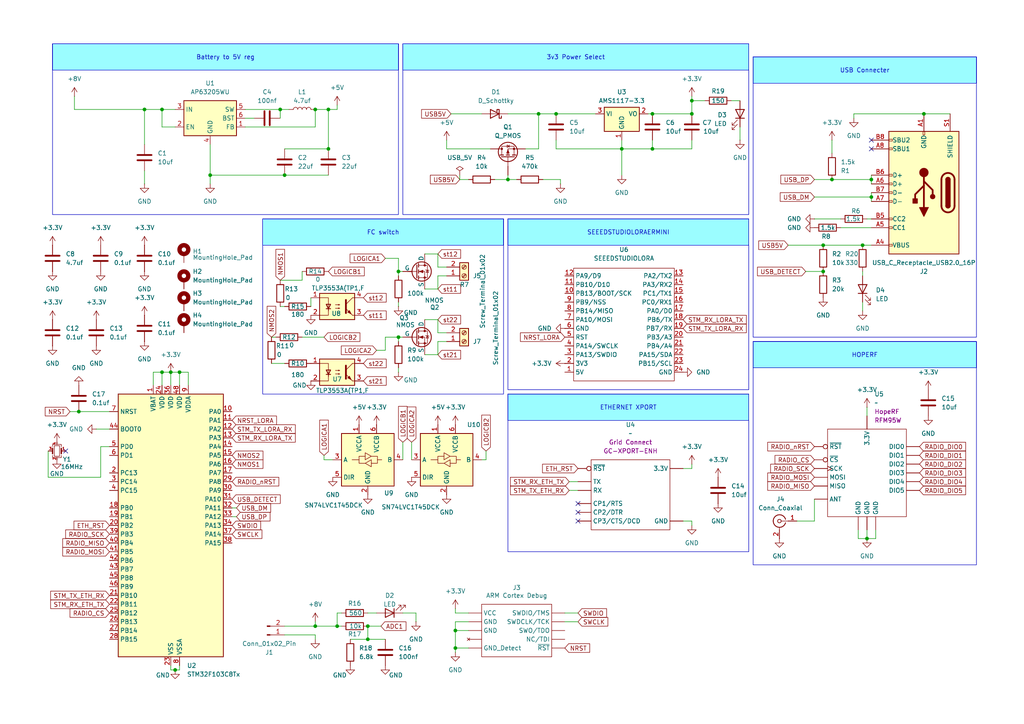
<source format=kicad_sch>
(kicad_sch (version 20250114) (generator "eeschema") (generator_version "9.0")
  (paper "A4")
  (rectangle (start 116.84 12.7) (end 217.17 62.23))
  (rectangle (start 15.24 12.7) (end 115.57 62.23))
  (rectangle (start 147.32 114.3) (end 217.17 160.02))
  (rectangle (start 76.2 63.5) (end 146.05 114.3))
  (rectangle (start 218.44 16.51) (end 283.21 97.79))
  (rectangle (start 147.32 63.5) (end 217.17 113.03))
  (rectangle (start 218.44 99.06) (end 283.21 163.83))
  (text_box "FC switch" (at 76.2 63.5 0) (size 69.85 7.62) (margins 0.9525 0.9525 0.9525 0.9525) (fill (type color) (color 155 253 255 1)) (effects (font (size 1.27 1.27))))
  (text_box "3v3 Power Select\n" (at 116.84 12.7 0) (size 100.33 7.62) (margins 0.9525 0.9525 0.9525 0.9525) (fill (type color) (color 155 253 255 1)) (effects (font (size 1.27 1.27))))
  (text_box "HOPERF\n" (at 218.44 99.06 0) (size 64.77 7.62) (margins 0.9525 0.9525 0.9525 0.9525) (fill (type color) (color 155 253 255 1)) (effects (font (size 1.27 1.27))))
  (text_box "USB Connecter\n" (at 218.44 16.51 0) (size 64.77 7.62) (margins 0.9525 0.9525 0.9525 0.9525) (fill (type color) (color 155 253 255 1)) (effects (font (size 1.27 1.27))))
  (text_box "ETHERNET XPORT" (at 147.32 114.3 0) (size 69.85 7.62) (margins 0.9525 0.9525 0.9525 0.9525) (fill (type color) (color 155 253 255 1)) (effects (font (size 1.27 1.27))))
  (text_box "SEEEDSTUDIOLORAERMINI\n" (at 147.32 63.5 0) (size 69.85 7.62) (margins 0.9525 0.9525 0.9525 0.9525) (fill (type color) (color 155 253 255 1)) (effects (font (size 1.27 1.27))))
  (text_box "Battery to 5V reg" (at 15.24 12.7 0) (size 100.33 7.62) (margins 0.9525 0.9525 0.9525 0.9525) (fill (type color) (color 155 253 255 1)) (effects (font (size 1.27 1.27))))
  (junction (at 91.44 31.75))
  (junction (at 200.66 33.02))
  (junction (at 147.32 52.07))
  (junction (at 156.21 33.02))
  (junction (at 252.73 57.15))
  (junction (at 95.25 43.18))
  (junction (at 132.08 187.96))
  (junction (at 106.68 185.42))
  (junction (at 52.07 107.95))
  (junction (at 251.46 156.21))
  (junction (at 60.96 50.8))
  (junction (at 81.28 31.75))
  (junction (at 46.99 31.75))
  (junction (at 238.76 78.74))
  (junction (at 250.19 71.12))
  (junction (at 115.57 97.79))
  (junction (at 267.97 33.02))
  (junction (at 161.29 33.02))
  (junction (at 82.55 50.8))
  (junction (at 241.3 52.07))
  (junction (at 22.86 119.38))
  (junction (at 189.23 43.18))
  (junction (at 252.73 52.07))
  (junction (at 106.68 181.61))
  (junction (at 180.34 43.18))
  (junction (at 50.8 194.31))
  (junction (at 238.76 71.12))
  (junction (at 95.25 31.75))
  (junction (at 41.91 31.75))
  (junction (at 91.44 181.61))
  (junction (at 200.66 29.21))
  (junction (at 46.99 107.95))
  (junction (at 132.08 182.88))
  (junction (at 97.79 181.61))
  (junction (at 49.53 107.95))
  (junction (at 115.57 78.74))
  (junction (at 189.23 33.02))
  (no_connect (at 19.05 130.81))
  (no_connect (at 252.73 43.18))
  (no_connect (at 167.64 148.59))
  (no_connect (at 167.64 151.13))
  (no_connect (at 252.73 40.64))
  (no_connect (at 167.64 146.05))
  (wire (pts (xy 106.68 181.61) (xy 110.49 181.61)))
  (wire (pts (xy 250.19 78.74) (xy 250.19 80.01)))
  (wire (pts (xy 241.3 44.45) (xy 241.3 40.64)))
  (wire (pts (xy 82.55 181.61) (xy 91.44 181.61)))
  (wire (pts (xy 133.35 52.07) (xy 135.89 52.07)))
  (wire (pts (xy 236.22 151.13) (xy 231.14 151.13)))
  (wire (pts (xy 46.99 31.75) (xy 50.8 31.75)))
  (wire (pts (xy 29.21 129.54) (xy 31.75 129.54)))
  (wire (pts (xy 78.74 105.41) (xy 82.55 105.41)))
  (wire (pts (xy 115.57 87.63) (xy 115.57 88.9)))
  (wire (pts (xy 82.55 50.8) (xy 95.25 50.8)))
  (wire (pts (xy 200.66 135.89) (xy 200.66 134.62)))
  (wire (pts (xy 267.97 33.02) (xy 275.59 33.02)))
  (wire (pts (xy 13.97 130.81) (xy 13.97 138.43)))
  (wire (pts (xy 132.08 180.34) (xy 132.08 182.88)))
  (wire (pts (xy 129.54 80.01) (xy 127 80.01)))
  (wire (pts (xy 200.66 40.64) (xy 200.66 43.18)))
  (wire (pts (xy 87.63 81.28) (xy 87.63 78.74)))
  (wire (pts (xy 163.83 177.8) (xy 167.64 177.8)))
  (wire (pts (xy 180.34 43.18) (xy 189.23 43.18)))
  (wire (pts (xy 127 99.06) (xy 127 102.87)))
  (wire (pts (xy 132.08 177.8) (xy 132.08 176.53)))
  (wire (pts (xy 252.73 52.07) (xy 252.73 50.8)))
  (wire (pts (xy 111.76 97.79) (xy 115.57 97.79)))
  (wire (pts (xy 200.66 29.21) (xy 200.66 33.02)))
  (wire (pts (xy 247.65 33.02) (xy 247.65 34.29)))
  (wire (pts (xy 21.59 31.75) (xy 41.91 31.75)))
  (wire (pts (xy 71.12 36.83) (xy 91.44 36.83)))
  (wire (pts (xy 93.98 132.08) (xy 93.98 133.35)))
  (wire (pts (xy 44.45 111.76) (xy 44.45 107.95)))
  (wire (pts (xy 115.57 78.74) (xy 115.57 80.01)))
  (wire (pts (xy 162.56 52.07) (xy 157.48 52.07)))
  (wire (pts (xy 127 77.47) (xy 129.54 77.47)))
  (wire (pts (xy 142.24 43.18) (xy 129.54 43.18)))
  (wire (pts (xy 187.96 33.02) (xy 189.23 33.02)))
  (wire (pts (xy 127 80.01) (xy 127 83.82)))
  (wire (pts (xy 52.07 194.31) (xy 50.8 194.31)))
  (wire (pts (xy 81.28 81.28) (xy 87.63 81.28)))
  (wire (pts (xy 252.73 57.15) (xy 252.73 55.88)))
  (wire (pts (xy 147.32 33.02) (xy 156.21 33.02)))
  (wire (pts (xy 106.68 177.8) (xy 109.22 177.8)))
  (wire (pts (xy 46.99 36.83) (xy 46.99 31.75)))
  (wire (pts (xy 52.07 107.95) (xy 54.61 107.95)))
  (wire (pts (xy 248.92 156.21) (xy 251.46 156.21)))
  (wire (pts (xy 133.35 50.8) (xy 133.35 52.07)))
  (wire (pts (xy 251.46 118.11) (xy 251.46 120.65)))
  (wire (pts (xy 189.23 40.64) (xy 189.23 43.18)))
  (wire (pts (xy 97.79 31.75) (xy 95.25 31.75)))
  (wire (pts (xy 147.32 52.07) (xy 143.51 52.07)))
  (wire (pts (xy 106.68 185.42) (xy 106.68 181.61)))
  (wire (pts (xy 116.84 177.8) (xy 120.65 177.8)))
  (wire (pts (xy 247.65 33.02) (xy 267.97 33.02)))
  (wire (pts (xy 161.29 43.18) (xy 180.34 43.18)))
  (wire (pts (xy 97.79 177.8) (xy 97.79 181.61)))
  (wire (pts (xy 200.66 135.89) (xy 198.12 135.89)))
  (wire (pts (xy 78.74 97.79) (xy 80.01 97.79)))
  (wire (pts (xy 71.12 31.75) (xy 81.28 31.75)))
  (wire (pts (xy 132.08 182.88) (xy 132.08 187.96)))
  (wire (pts (xy 251.46 63.5) (xy 252.73 63.5)))
  (wire (pts (xy 162.56 53.34) (xy 162.56 52.07)))
  (wire (pts (xy 250.19 87.63) (xy 250.19 90.17)))
  (wire (pts (xy 123.19 92.71) (xy 127 92.71)))
  (wire (pts (xy 236.22 52.07) (xy 241.3 52.07)))
  (wire (pts (xy 132.08 187.96) (xy 132.08 189.23)))
  (wire (pts (xy 83.82 31.75) (xy 81.28 31.75)))
  (wire (pts (xy 254 156.21) (xy 251.46 156.21)))
  (wire (pts (xy 132.08 182.88) (xy 135.89 182.88)))
  (wire (pts (xy 127 92.71) (xy 127 96.52)))
  (wire (pts (xy 228.6 71.12) (xy 238.76 71.12)))
  (wire (pts (xy 243.84 66.04) (xy 252.73 66.04)))
  (wire (pts (xy 135.89 177.8) (xy 132.08 177.8)))
  (wire (pts (xy 127 102.87) (xy 123.19 102.87)))
  (wire (pts (xy 189.23 43.18) (xy 200.66 43.18)))
  (wire (pts (xy 20.32 119.38) (xy 22.86 119.38)))
  (wire (pts (xy 71.12 34.29) (xy 73.66 34.29)))
  (wire (pts (xy 180.34 43.18) (xy 180.34 50.8)))
  (wire (pts (xy 115.57 74.93) (xy 115.57 78.74)))
  (wire (pts (xy 254 153.67) (xy 254 156.21)))
  (wire (pts (xy 111.76 74.93) (xy 115.57 74.93)))
  (wire (pts (xy 127 73.66) (xy 127 77.47)))
  (wire (pts (xy 238.76 71.12) (xy 250.19 71.12)))
  (wire (pts (xy 115.57 97.79) (xy 116.84 97.79)))
  (wire (pts (xy 27.94 124.46) (xy 31.75 124.46)))
  (wire (pts (xy 41.91 31.75) (xy 46.99 31.75)))
  (wire (pts (xy 115.57 78.74) (xy 116.84 78.74)))
  (wire (pts (xy 91.44 181.61) (xy 91.44 180.34)))
  (wire (pts (xy 95.25 31.75) (xy 95.25 43.18)))
  (wire (pts (xy 67.31 147.32) (xy 68.58 147.32)))
  (wire (pts (xy 132.08 187.96) (xy 135.89 187.96)))
  (wire (pts (xy 46.99 111.76) (xy 46.99 107.95)))
  (wire (pts (xy 252.73 58.42) (xy 252.73 57.15)))
  (wire (pts (xy 101.6 185.42) (xy 106.68 185.42)))
  (wire (pts (xy 29.21 138.43) (xy 29.21 129.54)))
  (wire (pts (xy 21.59 27.94) (xy 21.59 31.75)))
  (wire (pts (xy 129.54 99.06) (xy 127 99.06)))
  (wire (pts (xy 156.21 43.18) (xy 156.21 33.02)))
  (wire (pts (xy 49.53 107.95) (xy 49.53 111.76)))
  (wire (pts (xy 91.44 184.15) (xy 91.44 185.42)))
  (wire (pts (xy 156.21 33.02) (xy 161.29 33.02)))
  (wire (pts (xy 200.66 151.13) (xy 200.66 152.4)))
  (wire (pts (xy 163.83 180.34) (xy 167.64 180.34)))
  (wire (pts (xy 97.79 30.48) (xy 97.79 31.75)))
  (wire (pts (xy 200.66 27.94) (xy 200.66 29.21)))
  (wire (pts (xy 140.97 133.35) (xy 140.97 130.81)))
  (wire (pts (xy 60.96 53.34) (xy 60.96 50.8)))
  (wire (pts (xy 52.07 107.95) (xy 49.53 107.95)))
  (wire (pts (xy 52.07 111.76) (xy 52.07 107.95)))
  (wire (pts (xy 233.68 78.74) (xy 238.76 78.74)))
  (wire (pts (xy 96.52 133.35) (xy 93.98 133.35)))
  (wire (pts (xy 81.28 31.75) (xy 81.28 34.29)))
  (wire (pts (xy 81.28 88.9) (xy 82.55 88.9)))
  (wire (pts (xy 90.17 88.9) (xy 90.17 86.36)))
  (wire (pts (xy 49.53 193.04) (xy 49.53 194.31)))
  (wire (pts (xy 152.4 43.18) (xy 156.21 43.18)))
  (wire (pts (xy 167.64 139.7) (xy 165.1 139.7)))
  (wire (pts (xy 129.54 43.18) (xy 129.54 40.64)))
  (wire (pts (xy 200.66 29.21) (xy 204.47 29.21)))
  (wire (pts (xy 139.7 133.35) (xy 140.97 133.35)))
  (wire (pts (xy 67.31 149.86) (xy 68.58 149.86)))
  (wire (pts (xy 41.91 49.53) (xy 41.91 53.34)))
  (wire (pts (xy 91.44 36.83) (xy 91.44 31.75)))
  (wire (pts (xy 130.81 33.02) (xy 139.7 33.02)))
  (wire (pts (xy 50.8 36.83) (xy 46.99 36.83)))
  (wire (pts (xy 127 83.82) (xy 123.19 83.82)))
  (wire (pts (xy 95.25 43.18) (xy 82.55 43.18)))
  (wire (pts (xy 111.76 101.6) (xy 111.76 97.79)))
  (wire (pts (xy 251.46 153.67) (xy 251.46 156.21)))
  (wire (pts (xy 119.38 128.27) (xy 119.38 133.35)))
  (wire (pts (xy 115.57 106.68) (xy 115.57 107.95)))
  (wire (pts (xy 167.64 142.24) (xy 165.1 142.24)))
  (wire (pts (xy 127 96.52) (xy 129.54 96.52)))
  (wire (pts (xy 189.23 33.02) (xy 200.66 33.02)))
  (wire (pts (xy 22.86 119.38) (xy 31.75 119.38)))
  (wire (pts (xy 161.29 33.02) (xy 172.72 33.02)))
  (wire (pts (xy 49.53 194.31) (xy 50.8 194.31)))
  (wire (pts (xy 99.06 181.61) (xy 97.79 181.61)))
  (wire (pts (xy 123.19 73.66) (xy 127 73.66)))
  (wire (pts (xy 60.96 50.8) (xy 82.55 50.8)))
  (wire (pts (xy 198.12 151.13) (xy 200.66 151.13)))
  (wire (pts (xy 236.22 57.15) (xy 252.73 57.15)))
  (wire (pts (xy 95.25 31.75) (xy 91.44 31.75)))
  (wire (pts (xy 236.22 144.78) (xy 236.22 151.13)))
  (wire (pts (xy 161.29 40.64) (xy 161.29 43.18)))
  (wire (pts (xy 46.99 107.95) (xy 49.53 107.95)))
  (wire (pts (xy 109.22 101.6) (xy 111.76 101.6)))
  (wire (pts (xy 116.84 128.27) (xy 116.84 133.35)))
  (wire (pts (xy 212.09 29.21) (xy 214.63 29.21)))
  (wire (pts (xy 44.45 107.95) (xy 46.99 107.95)))
  (wire (pts (xy 147.32 50.8) (xy 147.32 52.07)))
  (wire (pts (xy 248.92 153.67) (xy 248.92 156.21)))
  (wire (pts (xy 252.73 71.12) (xy 250.19 71.12)))
  (wire (pts (xy 236.22 63.5) (xy 243.84 63.5)))
  (wire (pts (xy 82.55 184.15) (xy 91.44 184.15)))
  (wire (pts (xy 13.97 138.43) (xy 29.21 138.43)))
  (wire (pts (xy 135.89 180.34) (xy 132.08 180.34)))
  (wire (pts (xy 91.44 181.61) (xy 97.79 181.61)))
  (wire (pts (xy 252.73 52.07) (xy 252.73 53.34)))
  (wire (pts (xy 87.63 97.79) (xy 93.98 97.79)))
  (wire (pts (xy 54.61 111.76) (xy 54.61 107.95)))
  (wire (pts (xy 60.96 41.91) (xy 60.96 50.8)))
  (wire (pts (xy 120.65 177.8) (xy 120.65 180.34)))
  (wire (pts (xy 41.91 31.75) (xy 41.91 41.91)))
  (wire (pts (xy 180.34 40.64) (xy 180.34 43.18)))
  (wire (pts (xy 147.32 52.07) (xy 149.86 52.07)))
  (wire (pts (xy 115.57 97.79) (xy 115.57 99.06)))
  (wire (pts (xy 214.63 36.83) (xy 214.63 40.64)))
  (wire (pts (xy 241.3 52.07) (xy 252.73 52.07)))
  (wire (pts (xy 52.07 193.04) (xy 52.07 194.31)))
  (wire (pts (xy 97.79 177.8) (xy 99.06 177.8)))
  (wire (pts (xy 106.68 185.42) (xy 111.76 185.42)))
  (global_label "RADIO_MISO" (shape input) (at 236.22 140.97 180) (property "Intersheetrefs" "${INTERSHEET_REFS}" (effects (hide yes))))
  (global_label "RADIO_MOSI" (shape input) (at 31.75 160.02 180) (property "Intersheetrefs" "${INTERSHEET_REFS}" (effects (hide yes))))
  (global_label "SWCLK" (shape input) (at 67.31 154.94 0) (property "Intersheetrefs" "${INTERSHEET_REFS}" (effects (hide yes))))
  (global_label "RADIO_SCK" (shape input) (at 31.75 154.94 180) (property "Intersheetrefs" "${INTERSHEET_REFS}" (effects (hide yes))))
  (global_label "LOGICB1" (shape input) (at 95.25 78.74 0) (property "Intersheetrefs" "${INTERSHEET_REFS}" (effects (hide yes))))
  (global_label "STM_TX_ETH_RX" (shape input) (at 31.75 172.72 180) (property "Intersheetrefs" "${INTERSHEET_REFS}" (effects (hide yes))))
  (global_label "LOGICA1" (shape input) (at 93.98 132.08 90) (property "Intersheetrefs" "${INTERSHEET_REFS}" (effects (hide yes))))
  (global_label "st12" (shape input) (at 127 73.66 0) (property "Intersheetrefs" "${INTERSHEET_REFS}" (effects (hide yes))))
  (global_label "USB5V" (shape input) (at 133.35 52.07 180) (property "Intersheetrefs" "${INTERSHEET_REFS}" (effects (hide yes))))
  (global_label "NMOS1" (shape input) (at 81.28 81.28 90) (property "Intersheetrefs" "${INTERSHEET_REFS}" (effects (hide yes))))
  (global_label "STM_TX_ETH_RX" (shape input) (at 165.1 142.24 180) (property "Intersheetrefs" "${INTERSHEET_REFS}" (effects (hide yes))))
  (global_label "LOGICB2" (shape input) (at 140.97 130.81 90) (property "Intersheetrefs" "${INTERSHEET_REFS}" (effects (hide yes))))
  (global_label "RADIO_MOSI" (shape input) (at 236.22 138.43 180) (property "Intersheetrefs" "${INTERSHEET_REFS}" (effects (hide yes))))
  (global_label "RADIO_DIO0" (shape input) (at 266.7 129.54 0) (property "Intersheetrefs" "${INTERSHEET_REFS}" (effects (hide yes))))
  (global_label "RADIO_DIO1" (shape input) (at 266.7 132.08 0) (property "Intersheetrefs" "${INTERSHEET_REFS}" (effects (hide yes))))
  (global_label "USB_DM" (shape input) (at 68.58 147.32 0) (property "Intersheetrefs" "${INTERSHEET_REFS}" (effects (hide yes))))
  (global_label "ADC1" (shape input) (at 110.49 181.61 0) (property "Intersheetrefs" "${INTERSHEET_REFS}" (effects (hide yes))))
  (global_label "ETH_RST" (shape input) (at 167.64 135.89 180) (property "Intersheetrefs" "${INTERSHEET_REFS}" (effects (hide yes))))
  (global_label "LOGICA1" (shape input) (at 111.76 74.93 180) (property "Intersheetrefs" "${INTERSHEET_REFS}" (effects (hide yes))))
  (global_label "st11" (shape input) (at 105.41 91.44 0) (property "Intersheetrefs" "${INTERSHEET_REFS}" (effects (hide yes))))
  (global_label "RADIO_DIO4" (shape input) (at 266.7 139.7 0) (property "Intersheetrefs" "${INTERSHEET_REFS}" (effects (hide yes))))
  (global_label "RADIO_MISO" (shape input) (at 31.75 157.48 180) (property "Intersheetrefs" "${INTERSHEET_REFS}" (effects (hide yes))))
  (global_label "st11" (shape input) (at 127 83.82 0) (property "Intersheetrefs" "${INTERSHEET_REFS}" (effects (hide yes))))
  (global_label "RADIO_nRST" (shape input) (at 236.22 129.54 180) (property "Intersheetrefs" "${INTERSHEET_REFS}" (effects (hide yes))))
  (global_label "LOGICB1" (shape input) (at 116.84 128.27 90) (property "Intersheetrefs" "${INTERSHEET_REFS}" (effects (hide yes))))
  (global_label "STM_RX_LORA_TX" (shape input) (at 198.12 92.71 0) (property "Intersheetrefs" "${INTERSHEET_REFS}" (effects (hide yes))))
  (global_label "SWCLK" (shape input) (at 167.64 180.34 0) (property "Intersheetrefs" "${INTERSHEET_REFS}" (effects (hide yes))))
  (global_label "SWDIO" (shape input) (at 167.64 177.8 0) (property "Intersheetrefs" "${INTERSHEET_REFS}" (effects (hide yes))))
  (global_label "RADIO_CS" (shape input) (at 31.75 177.8 180) (property "Intersheetrefs" "${INTERSHEET_REFS}" (effects (hide yes))))
  (global_label "NRST_LORA" (shape input) (at 163.83 97.79 180) (property "Intersheetrefs" "${INTERSHEET_REFS}" (effects (hide yes))))
  (global_label "st22" (shape input) (at 105.41 105.41 0) (property "Intersheetrefs" "${INTERSHEET_REFS}" (effects (hide yes))))
  (global_label "USB_DETECT" (shape input) (at 67.31 144.78 0) (property "Intersheetrefs" "${INTERSHEET_REFS}" (effects (hide yes))))
  (global_label "ETH_RST" (shape input) (at 31.75 152.4 180) (property "Intersheetrefs" "${INTERSHEET_REFS}" (effects (hide yes))))
  (global_label "SWDIO" (shape input) (at 67.31 152.4 0) (property "Intersheetrefs" "${INTERSHEET_REFS}" (effects (hide yes))))
  (global_label "NRST_LORA" (shape input) (at 67.31 121.92 0) (property "Intersheetrefs" "${INTERSHEET_REFS}" (effects (hide yes))))
  (global_label "STM_TX_LORA_RX" (shape input) (at 67.31 124.46 0) (property "Intersheetrefs" "${INTERSHEET_REFS}" (effects (hide yes))))
  (global_label "USB5V" (shape input) (at 130.81 33.02 180) (property "Intersheetrefs" "${INTERSHEET_REFS}" (effects (hide yes))))
  (global_label "st21" (shape input) (at 105.41 110.49 0) (property "Intersheetrefs" "${INTERSHEET_REFS}" (effects (hide yes))))
  (global_label "RADIO_DIO5" (shape input) (at 266.7 142.24 0) (property "Intersheetrefs" "${INTERSHEET_REFS}" (effects (hide yes))))
  (global_label "STM_TX_LORA_RX" (shape input) (at 198.12 95.25 0) (property "Intersheetrefs" "${INTERSHEET_REFS}" (effects (hide yes))))
  (global_label "NRST" (shape input) (at 20.32 119.38 180) (property "Intersheetrefs" "${INTERSHEET_REFS}" (effects (hide yes))))
  (global_label "USB_DETECT" (shape input) (at 233.68 78.74 180) (property "Intersheetrefs" "${INTERSHEET_REFS}" (effects (hide yes))))
  (global_label "USB_DM" (shape input) (at 236.22 57.15 180) (property "Intersheetrefs" "${INTERSHEET_REFS}" (effects (hide yes))))
  (global_label "USB_DP" (shape input) (at 68.58 149.86 0) (property "Intersheetrefs" "${INTERSHEET_REFS}" (effects (hide yes))))
  (global_label "NMOS1" (shape input) (at 67.31 134.62 0) (property "Intersheetrefs" "${INTERSHEET_REFS}" (effects (hide yes))))
  (global_label "STM_RX_LORA_TX" (shape input) (at 67.31 127 0) (property "Intersheetrefs" "${INTERSHEET_REFS}" (effects (hide yes))))
  (global_label "USB_DP" (shape input) (at 236.22 52.07 180) (property "Intersheetrefs" "${INTERSHEET_REFS}" (effects (hide yes))))
  (global_label "RADIO_SCK" (shape input) (at 236.22 135.89 180) (property "Intersheetrefs" "${INTERSHEET_REFS}" (effects (hide yes))))
  (global_label "STM_RX_ETH_TX" (shape input) (at 165.1 139.7 180) (property "Intersheetrefs" "${INTERSHEET_REFS}" (effects (hide yes))))
  (global_label "st12" (shape input) (at 105.41 86.36 0) (property "Intersheetrefs" "${INTERSHEET_REFS}" (effects (hide yes))))
  (global_label "RADIO_DIO3" (shape input) (at 266.7 137.16 0) (property "Intersheetrefs" "${INTERSHEET_REFS}" (effects (hide yes))))
  (global_label "LOGICB2" (shape input) (at 93.98 97.79 0) (property "Intersheetrefs" "${INTERSHEET_REFS}" (effects (hide yes))))
  (global_label "RADIO_CS" (shape input) (at 236.22 133.35 180) (property "Intersheetrefs" "${INTERSHEET_REFS}" (effects (hide yes))))
  (global_label "USB5V" (shape input) (at 228.6 71.12 180) (property "Intersheetrefs" "${INTERSHEET_REFS}" (effects (hide yes))))
  (global_label "RADIO_nRST" (shape input) (at 67.31 139.7 0) (property "Intersheetrefs" "${INTERSHEET_REFS}" (effects (hide yes))))
  (global_label "st21" (shape input) (at 127 102.87 0) (property "Intersheetrefs" "${INTERSHEET_REFS}" (effects (hide yes))))
  (global_label "NRST" (shape input) (at 163.83 187.96 0) (property "Intersheetrefs" "${INTERSHEET_REFS}" (effects (hide yes))))
  (global_label "STM_RX_ETH_TX" (shape input) (at 31.75 175.26 180) (property "Intersheetrefs" "${INTERSHEET_REFS}" (effects (hide yes))))
  (global_label "NMOS2" (shape input) (at 78.74 97.79 90) (property "Intersheetrefs" "${INTERSHEET_REFS}" (effects (hide yes))))
  (global_label "LOGICA2" (shape input) (at 109.22 101.6 180) (property "Intersheetrefs" "${INTERSHEET_REFS}" (effects (hide yes))))
  (global_label "LOGICA2" (shape input) (at 119.38 128.27 90) (property "Intersheetrefs" "${INTERSHEET_REFS}" (effects (hide yes))))
  (global_label "st22" (shape input) (at 127 92.71 0) (property "Intersheetrefs" "${INTERSHEET_REFS}" (effects (hide yes))))
  (global_label "RADIO_DIO2" (shape input) (at 266.7 134.62 0) (property "Intersheetrefs" "${INTERSHEET_REFS}" (effects (hide yes))))
  (global_label "NMOS2" (shape input) (at 67.31 132.08 0) (property "Intersheetrefs" "${INTERSHEET_REFS}" (effects (hide yes))))
  (symbol (lib_id "power:GND") (at 16.51 133.35 0) (unit 1)
    (property "Reference" "#PWR061" (effects (hide yes)))
    (property "Value" "GND" (at 16.51 137.414 0))
    (property "Description" "Power symbol creates a global label with name \"GND\" , ground" (effects (hide yes)))
  )
  (symbol (lib_id "Device:R") (at 101.6 189.23 0) (unit 1)
    (property "Reference" "R18" (at 104.14 187.9599 0) (effects (justify left)))
    (property "Value" "6.8k" (at 104.14 190.4999 0) (effects (justify left)))
    (property "Footprint" "Resistor_SMD:R_0603_1608Metric_Pad0.98x0.95mm_HandSolder" (effects (hide yes)))
    (property "Description" "Resistor" (effects (hide yes)))
  )
  (symbol (lib_id "UCIRP-KiCAD-Lib:RFM95W") (at 251.46 137.16 0) (unit 1)
    (property "Reference" "U5" (at 253.6033 114.3 0) (effects (justify left)))
    (property "Value" "~" (at 253.6033 116.84 0) (effects (justify left)))
    (property "Footprint" "UCIRP-KiCAD-Lib:RFM95W" (effects (hide yes)))
    (property "Datasheet" "https://cdn.sparkfun.com/assets/learn_tutorials/8/0/4/RFM95_96_97_98W.pdf" (effects (hide yes)))
    (property "Manufacturer" "HopeRF" (at 253.6033 119.38 0) (effects (justify left)))
    (property "Part #" "RFM95W" (at 253.6033 121.92 0) (effects (justify left)))
  )
  (symbol (lib_id "Device:C") (at 41.91 45.72 0) (unit 1)
    (property "Reference" "C1" (at 45.72 44.4499 0) (effects (justify left)))
    (property "Value" "10uf" (at 45.72 46.9899 0) (effects (justify left)))
    (property "Footprint" "Capacitor_SMD:C_0603_1608Metric_Pad1.08x0.95mm_HandSolder" (effects (hide yes)))
    (property "Description" "Unpolarized capacitor" (effects (hide yes)))
  )
  (symbol (lib_id "Device:R") (at 153.67 52.07 90) (unit 1)
    (property "Reference" "R5" (at 153.67 45.72 90))
    (property "Value" "470k" (at 153.67 48.26 90))
    (property "Footprint" "Resistor_SMD:R_0603_1608Metric_Pad0.98x0.95mm_HandSolder" (effects (hide yes)))
    (property "Description" "Resistor" (effects (hide yes)))
  )
  (symbol (lib_id "power:GND") (at 41.91 99.06 0) (unit 1)
    (property "Reference" "#PWR023" (effects (hide yes)))
    (property "Value" "GND" (at 41.91 104.14 0))
    (property "Description" "Power symbol creates a global label with name \"GND\" , ground" (effects (hide yes)))
  )
  (symbol (lib_id "UCIRP-KiCAD-Lib:Crystal_GND24_Small") (at 16.51 130.81 0) (mirror y) (unit 1)
    (property "Reference" "Y1" (at 19.431 133.223 0))
    (property "Value" "16MHz" (at 20.828 135.382 0))
    (property "Footprint" "Crystal:Crystal_SMD_2016-4Pin_2.0x1.6mm" (effects (hide yes)))
    (property "Datasheet" "https://ecsxtal.com/store/pdf/ECS_1633.pdf" (effects (hide yes)))
    (property "Manufacturer" "ECS Inc." (effects (hide yes)))
    (property "Part #" "ECS-1633-160-BN-TR" (effects (hide yes)))
  )
  (symbol (lib_id "Device:R") (at 238.76 74.93 0) (unit 1)
    (property "Reference" "R2" (at 241.3 73.6599 0) (effects (justify left)))
    (property "Value" "10k" (at 241.3 76.1999 0) (effects (justify left)))
    (property "Footprint" "Resistor_SMD:R_0603_1608Metric_Pad0.98x0.95mm_HandSolder" (effects (hide yes)))
    (property "Description" "Resistor" (effects (hide yes)))
  )
  (symbol (lib_id "Device:C") (at 15.24 74.93 0) (unit 1)
    (property "Reference" "C8" (at 19.05 73.6599 0) (effects (justify left)))
    (property "Value" "4.7uf" (at 19.05 76.1999 0) (effects (justify left)))
    (property "Footprint" "Capacitor_SMD:C_0603_1608Metric_Pad1.08x0.95mm_HandSolder" (effects (hide yes)))
    (property "Description" "Unpolarized capacitor" (effects (hide yes)))
  )
  (symbol (lib_id "Connector:Conn_01x02_Pin") (at 77.47 184.15 0) (mirror x) (unit 1)
    (property "Reference" "J1" (at 78.105 189.23 0))
    (property "Value" "Conn_01x02_Pin" (at 78.105 186.69 0))
    (property "Footprint" "Connector_AMASS:AMASS_XT60PW-M_1x02_P7.20mm_Horizontal" (effects (hide yes)))
    (property "Description" "Generic connector, single row, 01x02, script generated" (effects (hide yes)))
  )
  (symbol (lib_id "Device:R") (at 86.36 105.41 90) (mirror x) (unit 1)
    (property "Reference" "R10" (at 86.36 105.41 90))
    (property "Value" "180" (at 86.36 108.712 90))
    (property "Footprint" "Resistor_SMD:R_0603_1608Metric_Pad0.98x0.95mm_HandSolder" (effects (hide yes)))
    (property "Description" "Resistor" (effects (hide yes)))
  )
  (symbol (lib_id "Device:R") (at 81.28 85.09 0) (unit 1)
    (property "Reference" "R13" (at 82.55 83.82 0) (effects (justify left)))
    (property "Value" "0" (at 82.804 86.36 0) (effects (justify left)))
    (property "Footprint" "Resistor_SMD:R_0603_1608Metric_Pad0.98x0.95mm_HandSolder" (effects (hide yes)))
    (property "Description" "Resistor" (effects (hide yes)))
  )
  (symbol (lib_id "Device:R") (at 238.76 82.55 0) (unit 1)
    (property "Reference" "R3" (at 241.3 81.2799 0) (effects (justify left)))
    (property "Value" "20k" (at 241.3 83.8199 0) (effects (justify left)))
    (property "Footprint" "Resistor_SMD:R_0603_1608Metric_Pad0.98x0.95mm_HandSolder" (effects (hide yes)))
    (property "Description" "Resistor" (effects (hide yes)))
  )
  (symbol (lib_id "power:+3.3V") (at 15.24 71.12 0) (unit 1)
    (property "Reference" "#PWR016" (effects (hide yes)))
    (property "Value" "+3.3V" (at 15.24 66.04 0))
    (property "Description" "Power symbol creates a global label with name \"+3.3V\"" (effects (hide yes)))
  )
  (symbol (lib_id "Device:C") (at 41.91 74.93 0) (unit 1)
    (property "Reference" "C10" (at 45.72 73.6599 0) (effects (justify left)))
    (property "Value" "0.1uf" (at 45.72 76.1999 0) (effects (justify left)))
    (property "Footprint" "Capacitor_SMD:C_0603_1608Metric_Pad1.08x0.95mm_HandSolder" (effects (hide yes)))
    (property "Description" "Unpolarized capacitor" (effects (hide yes)))
  )
  (symbol (lib_id "power:GND") (at 27.94 124.46 270) (unit 1)
    (property "Reference" "#PWR059" (effects (hide yes)))
    (property "Value" "GND" (at 24.13 124.4599 90) (effects (justify right)))
    (property "Description" "Power symbol creates a global label with name \"GND\" , ground" (effects (hide yes)))
  )
  (symbol (lib_id "power:GND") (at 162.56 53.34 0) (unit 1)
    (property "Reference" "#PWR010" (effects (hide yes)))
    (property "Value" "GND" (at 162.56 58.42 0))
    (property "Description" "Power symbol creates a global label with name \"GND\" , ground" (effects (hide yes)))
  )
  (symbol (lib_id "power:GND") (at 119.38 138.43 0) (unit 1)
    (property "Reference" "#PWR056" (effects (hide yes)))
    (property "Value" "GND" (at 119.38 143.51 0))
    (property "Description" "Power symbol creates a global label with name \"GND\" , ground" (effects (hide yes)))
  )
  (symbol (lib_id "power:GND") (at 15.24 78.74 0) (unit 1)
    (property "Reference" "#PWR017" (effects (hide yes)))
    (property "Value" "GND" (at 15.24 83.82 0))
    (property "Description" "Power symbol creates a global label with name \"GND\" , ground" (effects (hide yes)))
  )
  (symbol (lib_id "Device:C") (at 15.24 96.52 0) (unit 1)
    (property "Reference" "C12" (at 19.05 95.2499 0) (effects (justify left)))
    (property "Value" "0.1uf" (at 19.05 97.7899 0) (effects (justify left)))
    (property "Footprint" "Capacitor_SMD:C_0603_1608Metric_Pad1.08x0.95mm_HandSolder" (effects (hide yes)))
    (property "Description" "Unpolarized capacitor" (effects (hide yes)))
  )
  (symbol (lib_id "Device:R") (at 83.82 97.79 90) (unit 1)
    (property "Reference" "R12" (at 83.82 97.79 90))
    (property "Value" "0" (at 84.582 100.076 90))
    (property "Footprint" "Resistor_SMD:R_0603_1608Metric_Pad0.98x0.95mm_HandSolder" (effects (hide yes)))
    (property "Description" "Resistor" (effects (hide yes)))
  )
  (symbol (lib_id "power:PWR_FLAG") (at 133.35 50.8 0) (unit 1)
    (property "Reference" "#FLG02" (effects (hide yes)))
    (property "Value" "USB_5V" (at 133.35 45.72 0))
    (property "Description" "Special symbol for telling ERC where power comes from" (effects (hide yes)))
  )
  (symbol (lib_id "Device:LED") (at 113.03 177.8 180) (unit 1)
    (property "Reference" "D2" (at 113.03 172.72 0))
    (property "Value" "LED" (at 113.03 175.26 0))
    (property "Footprint" "Resistor_SMD:R_0603_1608Metric_Pad0.98x0.95mm_HandSolder" (effects (hide yes)))
    (property "Description" "Light emitting diode" (effects (hide yes)))
    (property "Sim.Pins" "1=K 2=A" (effects (hide yes)))
  )
  (symbol (lib_id "Logic_LevelTranslator:SN74LVC1T45DCK") (at 106.68 133.35 0) (unit 1)
    (property "Reference" "U9" (at 112.776 143.002 0))
    (property "Value" "SN74LVC1T45DCK" (at 96.774 146.558 0))
    (property "Footprint" "Package_TO_SOT_SMD:SOT-363_SC-70-6" (effects (hide yes)))
    (property "Datasheet" "http://www.ti.com/lit/ds/symlink/sn74lvc1t45.pdf" (effects (hide yes)))
    (property "Description" "Single-Bit Dual-Supply Bus Transceiver With Configurable Voltage Translation and 3-State Outputs, SOT-363" (effects (hide yes)))
  )
  (symbol (lib_id "power:+3.3V") (at 109.22 123.19 0) (unit 1)
    (property "Reference" "#PWR051" (effects (hide yes)))
    (property "Value" "+3.3V" (at 109.22 118.11 0))
    (property "Description" "Power symbol creates a global label with name \"+3.3V\"" (effects (hide yes)))
  )
  (symbol (lib_id "power:+5V") (at 97.79 30.48 0) (unit 1)
    (property "Reference" "#PWR04" (effects (hide yes)))
    (property "Value" "+5V" (at 97.79 25.4 0))
    (property "Description" "Power symbol creates a global label with name \"+5V\"" (effects (hide yes)))
  )
  (symbol (lib_id "power:+3.3V") (at 241.3 40.64 0) (unit 1)
    (property "Reference" "#PWR06" (effects (hide yes)))
    (property "Value" "+3.3V" (at 241.3 35.56 0))
    (property "Description" "Power symbol creates a global label with name \"+3.3V\"" (effects (hide yes)))
  )
  (symbol (lib_id "Device:C") (at 82.55 46.99 0) (unit 1)
    (property "Reference" "C2" (at 86.36 45.7199 0) (effects (justify left)))
    (property "Value" "22uf" (at 86.36 48.2599 0) (effects (justify left)))
    (property "Footprint" "Capacitor_SMD:C_0603_1608Metric_Pad1.08x0.95mm_HandSolder" (effects (hide yes)))
    (property "Description" "Unpolarized capacitor" (effects (hide yes)))
  )
  (symbol (lib_id "Connector:Screw_Terminal_01x02") (at 134.62 99.06 0) (mirror x) (unit 1)
    (property "Reference" "J7" (at 137.16 99.0601 0) (effects (justify left)))
    (property "Value" "Screw_Terminal_01x02" (at 143.764 84.328 90) (effects (justify left)))
    (property "Footprint" "TerminalBlock_Phoenix:TerminalBlock_Phoenix_MKDS-1,5-2-5.08_1x02_P5.08mm_Horizontal" (effects (hide yes)))
    (property "Description" "Generic screw terminal, single row, 01x02, script generated (kicad-library-utils/schlib/autogen/connector/)" (effects (hide yes)))
  )
  (symbol (lib_id "power:GND") (at 115.57 88.9 0) (unit 1)
    (property "Reference" "#PWR042" (effects (hide yes)))
    (property "Value" "GND" (at 119.126 90.678 0))
    (property "Description" "Power symbol creates a global label with name \"GND\" , ground" (effects (hide yes)))
  )
  (symbol (lib_id "Device:R") (at 91.44 78.74 90) (unit 1)
    (property "Reference" "R14" (at 91.44 78.74 90))
    (property "Value" "0" (at 92.202 81.026 90))
    (property "Footprint" "Resistor_SMD:R_0603_1608Metric_Pad0.98x0.95mm_HandSolder" (effects (hide yes)))
    (property "Description" "Resistor" (effects (hide yes)))
  )
  (symbol (lib_id "power:+3.3V") (at 16.51 128.27 0) (unit 1)
    (property "Reference" "#PWR060" (effects (hide yes)))
    (property "Value" "+3.3V" (at 16.51 123.19 0))
    (property "Description" "Power symbol creates a global label with name \"+3.3V\"" (effects (hide yes)))
  )
  (symbol (lib_id "Device:C") (at 27.94 96.52 0) (unit 1)
    (property "Reference" "C13" (at 31.75 95.2499 0) (effects (justify left)))
    (property "Value" "0.1uf" (at 31.75 97.7899 0) (effects (justify left)))
    (property "Footprint" "Capacitor_SMD:C_0603_1608Metric_Pad1.08x0.95mm_HandSolder" (effects (hide yes)))
    (property "Description" "Unpolarized capacitor" (effects (hide yes)))
  )
  (symbol (lib_id "Logic_LevelTranslator:SN74LVC1T45DCK") (at 129.54 133.35 0) (unit 1)
    (property "Reference" "U10" (at 137.414 123.19 0))
    (property "Value" "SN74LVC1T45DCK" (at 119.126 147.066 0))
    (property "Footprint" "Package_TO_SOT_SMD:SOT-363_SC-70-6" (effects (hide yes)))
    (property "Datasheet" "http://www.ti.com/lit/ds/symlink/sn74lvc1t45.pdf" (effects (hide yes)))
    (property "Description" "Single-Bit Dual-Supply Bus Transceiver With Configurable Voltage Translation and 3-State Outputs, SOT-363" (effects (hide yes)))
  )
  (symbol (lib_id "Simulation_SPICE:NMOS") (at 120.65 78.74 0) (unit 1)
    (property "Reference" "Q2" (at 124.714 89.154 0) (effects (justify left)))
    (property "Value" "NMOS" (at 123.19 87.122 0) (effects (justify left)))
    (property "Footprint" "Package_TO_SOT_SMD:SOT-23-6" (effects (hide yes)))
    (property "Datasheet" "https://www.infineon.com/assets/row/public/documents/24/49/infineon-irlts6342-datasheet-en.pdf?fileId=5546d462533600a401535671f35a271a" (effects (hide yes)))
    (property "Description" "N-MOSFET transistor, drain/source/gate" (effects (hide yes)))
    (property "Sim.Device" "NMOS" (effects (hide yes)))
    (property "Sim.Type" "VDMOS" (effects (hide yes)))
    (property "Sim.Pins" "1=D 2=G 3=S" (effects (hide yes)))
  )
  (symbol (lib_id "MCU_ST_STM32F1:STM32F103C8Tx") (at 49.53 152.4 0) (unit 1)
    (property "Reference" "U2" (at 54.2133 193.04 0) (effects (justify left)))
    (property "Value" "STM32F103C8Tx" (at 54.2133 195.58 0) (effects (justify left)))
    (property "Footprint" "Package_QFP:LQFP-48_7x7mm_P0.5mm" (effects (hide yes)))
    (property "Datasheet" "https://www.st.com/resource/en/datasheet/stm32f103c8.pdf" (effects (hide yes)))
    (property "Description" "STMicroelectronics Arm Cortex-M3 MCU, 64KB flash, 20KB RAM, 72 MHz, 2.0-3.6V, 37 GPIO, LQFP48" (effects (hide yes)))
  )
  (symbol (lib_id "Device:R") (at 102.87 181.61 90) (unit 1)
    (property "Reference" "R17" (at 102.87 183.896 90))
    (property "Value" "10k" (at 103.124 181.61 90))
    (property "Footprint" "Resistor_SMD:R_0603_1608Metric_Pad0.98x0.95mm_HandSolder" (effects (hide yes)))
    (property "Description" "Resistor" (effects (hide yes)))
  )
  (symbol (lib_id "power:GND") (at 200.66 152.4 0) (unit 1)
    (property "Reference" "#PWR028" (effects (hide yes)))
    (property "Value" "GND" (at 200.66 157.48 0))
    (property "Description" "Power symbol creates a global label with name \"GND\" , ground" (effects (hide yes)))
  )
  (symbol (lib_id "Regulator_Switching:AP63205WU") (at 60.96 34.29 0) (unit 1)
    (property "Reference" "U1" (at 60.96 24.13 0))
    (property "Value" "AP63205WU" (at 60.96 26.67 0))
    (property "Footprint" "Package_TO_SOT_SMD:TSOT-23-6" (effects (hide yes)))
    (property "Datasheet" "https://www.diodes.com/assets/Datasheets/AP63200-AP63201-AP63203-AP63205.pdf" (effects (hide yes)))
    (property "Description" "2A, 1.1MHz Buck DC/DC Converter, fixed 5.0V output voltage, TSOT-23-6" (effects (hide yes)))
  )
  (symbol (lib_id "Device:C") (at 111.76 189.23 0) (unit 1)
    (property "Reference" "C16" (at 115.57 187.9599 0) (effects (justify left)))
    (property "Value" "100nf" (at 115.57 190.4999 0) (effects (justify left)))
    (property "Footprint" "Capacitor_SMD:C_0603_1608Metric_Pad1.08x0.95mm_HandSolder" (effects (hide yes)))
    (property "Description" "Unpolarized capacitor" (effects (hide yes)))
  )
  (symbol (lib_id "Regulator_Linear:AMS1117-3.3") (at 180.34 33.02 0) (unit 1)
    (property "Reference" "U3" (at 180.34 26.67 0))
    (property "Value" "AMS1117-3.3" (at 180.34 29.21 0))
    (property "Footprint" "Package_TO_SOT_SMD:SOT-223-3_TabPin2" (effects (hide yes)))
    (property "Datasheet" "http://www.advanced-monolithic.com/pdf/ds1117.pdf" (effects (hide yes)))
    (property "Description" "1A Low Dropout regulator, positive, 3.3V fixed output, SOT-223" (effects (hide yes)))
  )
  (symbol (lib_id "power:GND") (at 120.65 180.34 0) (unit 1)
    (property "Reference" "#PWR046" (effects (hide yes)))
    (property "Value" "GND" (at 120.65 185.42 0))
    (property "Description" "Power symbol creates a global label with name \"GND\" , ground" (effects (hide yes)))
  )
  (symbol (lib_id "Device:C") (at 77.47 34.29 270) (unit 1)
    (property "Reference" "C4" (at 77.47 26.67 90))
    (property "Value" "100nf" (at 77.47 29.21 90))
    (property "Footprint" "Capacitor_SMD:C_0603_1608Metric_Pad1.08x0.95mm_HandSolder" (effects (hide yes)))
    (property "Description" "Unpolarized capacitor" (effects (hide yes)))
  )
  (symbol (lib_id "power:GND") (at 129.54 143.51 0) (unit 1)
    (property "Reference" "#PWR057" (effects (hide yes)))
    (property "Value" "GND" (at 129.54 148.59 0))
    (property "Description" "Power symbol creates a global label with name \"GND\" , ground" (effects (hide yes)))
  )
  (symbol (lib_id "Device:C") (at 200.66 36.83 0) (unit 1)
    (property "Reference" "C7" (at 203.708 35.56 0) (effects (justify left)))
    (property "Value" "10uf" (at 203.962 38.1 0) (effects (justify left)))
    (property "Footprint" "Capacitor_SMD:C_0603_1608Metric_Pad1.08x0.95mm_HandSolder" (effects (hide yes)))
    (property "Description" "Unpolarized capacitor" (effects (hide yes)))
  )
  (symbol (lib_id "Device:C") (at 95.25 46.99 0) (unit 1)
    (property "Reference" "C3" (at 99.06 45.7199 0) (effects (justify left)))
    (property "Value" "22uf" (at 99.06 48.2599 0) (effects (justify left)))
    (property "Footprint" "Capacitor_SMD:C_0603_1608Metric_Pad1.08x0.95mm_HandSolder" (effects (hide yes)))
    (property "Description" "Unpolarized capacitor" (effects (hide yes)))
  )
  (symbol (lib_id "power:GND") (at 29.21 78.74 0) (unit 1)
    (property "Reference" "#PWR019" (effects (hide yes)))
    (property "Value" "GND" (at 29.21 83.82 0))
    (property "Description" "Power symbol creates a global label with name \"GND\" , ground" (effects (hide yes)))
  )
  (symbol (lib_id "power:GND") (at 180.34 50.8 0) (unit 1)
    (property "Reference" "#PWR012" (effects (hide yes)))
    (property "Value" "GND" (at 180.34 55.88 0))
    (property "Description" "Power symbol creates a global label with name \"GND\" , ground" (effects (hide yes)))
  )
  (symbol (lib_id "UCIRP-KiCAD-Lib:ARM_Cortex_Debug") (at 149.86 182.88 0) (unit 1)
    (property "Reference" "J3" (at 149.86 170.434 0))
    (property "Value" "ARM Cortex Debug" (at 149.86 172.72 0))
    (property "Footprint" "Connector_PinHeader_1.27mm:PinHeader_2x05_P1.27mm_Vertical_SMD" (effects (hide yes)))
  )
  (symbol (lib_id "power:+3.3V") (at 29.21 71.12 0) (unit 1)
    (property "Reference" "#PWR018" (effects (hide yes)))
    (property "Value" "+3.3V" (at 29.21 66.04 0))
    (property "Description" "Power symbol creates a global label with name \"+3.3V\"" (effects (hide yes)))
  )
  (symbol (lib_name "NMOS_1") (lib_id "Simulation_SPICE:NMOS") (at 120.65 97.79 0) (unit 1)
    (property "Reference" "Q3" (at 115.824 92.202 0) (effects (justify left)))
    (property "Value" "NMOS" (at 114.808 94.234 0) (effects (justify left)))
    (property "Footprint" "Package_TO_SOT_SMD:SOT-23-6" (effects (hide yes)))
    (property "Datasheet" "https://www.infineon.com/assets/row/public/documents/24/49/infineon-irlts6342-datasheet-en.pdf?fileId=5546d462533600a401535671f35a271a" (effects (hide yes)))
    (property "Description" "N-MOSFET transistor, drain/source/gate" (effects (hide yes)))
    (property "Sim.Device" "NMOS" (effects (hide yes)))
    (property "Sim.Type" "VDMOS" (effects (hide yes)))
    (property "Sim.Pins" "1=D 2=G 3=S" (effects (hide yes)))
  )
  (symbol (lib_id "power:+3.3V") (at 41.91 71.12 0) (unit 1)
    (property "Reference" "#PWR020" (effects (hide yes)))
    (property "Value" "+3.3V" (at 41.91 66.04 0))
    (property "Description" "Power symbol creates a global label with name \"+3.3V\"" (effects (hide yes)))
  )
  (symbol (lib_id "Device:R") (at 102.87 177.8 270) (unit 1)
    (property "Reference" "R16" (at 102.87 175.006 90))
    (property "Value" "560" (at 103.124 177.8 90))
    (property "Footprint" "Resistor_SMD:R_0603_1608Metric_Pad0.98x0.95mm_HandSolder" (effects (hide yes)))
    (property "Description" "Resistor" (effects (hide yes)))
  )
  (symbol (lib_id "Isolator:Optocoupler_DC_PhotoNPN_AKEC") (at 97.79 88.9 0) (unit 1)
    (property "Reference" "U8" (at 97.536 90.932 0))
    (property "Value" "TLP3553A(TP1,F" (at 98.044 83.566 0))
    (property "Footprint" "UCIRP-KiCAD-Lib:optocoupler" (effects (hide yes)))
    (property "Datasheet" "https://www.digikey.com/en/products/detail/toshiba-semiconductor-and-storage/TLP3553A-TP1-F/9472360" (effects (hide yes)))
    (property "Description" "Generic DC optocoupler with NPN phototransistor output, pins order: anode/cathode/emitter/collector" (effects (hide yes)))
    (property "Part#" "TLP3553A(TP1,F" (effects (hide yes)))
  )
  (symbol (lib_id "Device:LED") (at 214.63 33.02 270) (mirror x) (unit 1)
    (property "Reference" "D3" (at 210.82 33.3374 90) (effects (justify right)))
    (property "Value" "LED" (at 210.82 35.8774 90) (effects (justify right)))
    (property "Footprint" "Resistor_SMD:R_0603_1608Metric_Pad0.98x0.95mm_HandSolder" (effects (hide yes)))
    (property "Description" "Light emitting diode" (effects (hide yes)))
    (property "Sim.Pins" "1=K 2=A" (effects (hide yes)))
  )
  (symbol (lib_id "power:+3.3V") (at 200.66 134.62 0) (unit 1)
    (property "Reference" "#PWR030" (effects (hide yes)))
    (property "Value" "+3.3V" (at 200.66 129.54 0))
    (property "Description" "Power symbol creates a global label with name \"+3.3V\"" (effects (hide yes)))
  )
  (symbol (lib_id "Device:C") (at 208.28 142.24 0) (unit 1)
    (property "Reference" "C14" (at 212.09 140.9699 0) (effects (justify left)))
    (property "Value" "10uf" (at 212.09 143.5099 0) (effects (justify left)))
    (property "Footprint" "Capacitor_SMD:C_0603_1608Metric_Pad1.08x0.95mm_HandSolder" (effects (hide yes)))
    (property "Description" "Unpolarized capacitor" (effects (hide yes)))
  )
  (symbol (lib_id "Device:D_Schottky") (at 143.51 33.02 180) (unit 1)
    (property "Reference" "D1" (at 143.8275 26.67 0))
    (property "Value" "D_Schottky" (at 143.8275 29.21 0))
    (property "Footprint" "Diode_SMD:D_SMA_Handsoldering" (effects (hide yes)))
    (property "Datasheet" "https://www.diodes.com/assets/Datasheets/B320AE/B340AE.pdf" (effects (hide yes)))
    (property "Description" "Schottky diode" (effects (hide yes)))
  )
  (symbol (lib_id "Device:R") (at 247.65 63.5 270) (mirror x) (unit 1)
    (property "Reference" "R6" (at 246.888 61.214 90) (effects (justify left)))
    (property "Value" "1.5k" (at 245.364 63.5 90) (effects (justify left)))
    (property "Footprint" "Resistor_SMD:R_0603_1608Metric_Pad0.98x0.95mm_HandSolder" (effects (hide yes)))
    (property "Description" "Resistor" (effects (hide yes)))
  )
  (symbol (lib_id "power:+3.3V") (at 132.08 123.19 0) (unit 1)
    (property "Reference" "#PWR052" (effects (hide yes)))
    (property "Value" "+3.3V" (at 132.08 118.11 0))
    (property "Description" "Power symbol creates a global label with name \"+3.3V\"" (effects (hide yes)))
  )
  (symbol (lib_id "power:GND") (at 132.08 189.23 0) (unit 1)
    (property "Reference" "#PWR036" (effects (hide yes)))
    (property "Value" "GND" (at 132.08 194.31 0))
    (property "Description" "Power symbol creates a global label with name \"GND\" , ground" (effects (hide yes)))
  )
  (symbol (lib_id "power:+3.3V") (at 41.91 91.44 0) (unit 1)
    (property "Reference" "#PWR022" (effects (hide yes)))
    (property "Value" "+3.3V" (at 41.91 86.36 0))
    (property "Description" "Power symbol creates a global label with name \"+3.3V\"" (effects (hide yes)))
  )
  (symbol (lib_id "UCIRP-KiCAD-Lib:LORA-E5-MINI") (at 181.61 93.98 0) (unit 1)
    (property "Reference" "U6" (at 180.975 72.39 0))
    (property "Value" "SEEEDSTUDIOLORA" (at 180.975 74.93 0))
    (property "Footprint" "UCIRP-KiCAD-Lib:Untitled" (effects (hide yes)))
  )
  (symbol (lib_id "power:GND") (at 269.24 120.65 0) (unit 1)
    (property "Reference" "#PWR039" (effects (hide yes)))
    (property "Value" "GND" (at 269.24 125.73 0))
    (property "Description" "Power symbol creates a global label with name \"GND\" , ground" (effects (hide yes)))
  )
  (symbol (lib_id "power:GND") (at 22.86 111.76 180) (unit 1)
    (property "Reference" "#PWR062" (effects (hide yes)))
    (property "Value" "GND" (at 22.86 106.68 0))
    (property "Description" "Power symbol creates a global label with name \"GND\" , ground" (effects (hide yes)))
  )
  (symbol (lib_id "Device:C") (at 41.91 95.25 0) (unit 1)
    (property "Reference" "C11" (at 45.72 93.9799 0) (effects (justify left)))
    (property "Value" "0.1uf" (at 45.72 96.5199 0) (effects (justify left)))
    (property "Footprint" "Capacitor_SMD:C_0603_1608Metric_Pad1.08x0.95mm_HandSolder" (effects (hide yes)))
    (property "Description" "Unpolarized capacitor" (effects (hide yes)))
  )
  (symbol (lib_id "power:GND") (at 101.6 193.04 0) (unit 1)
    (property "Reference" "#PWR047" (effects (hide yes)))
    (property "Value" "GND" (at 98.552 195.834 0))
    (property "Description" "Power symbol creates a global label with name \"GND\" , ground" (effects (hide yes)))
  )
  (symbol (lib_id "Device:R") (at 240.03 66.04 270) (mirror x) (unit 1)
    (property "Reference" "R8" (at 238.252 68.58 90) (effects (justify left)))
    (property "Value" "1.5k" (at 237.998 66.04 90) (effects (justify left)))
    (property "Footprint" "Resistor_SMD:R_0603_1608Metric_Pad0.98x0.95mm_HandSolder" (effects (hide yes)))
    (property "Description" "Resistor" (effects (hide yes)))
  )
  (symbol (lib_id "power:GND") (at 41.91 78.74 0) (unit 1)
    (property "Reference" "#PWR021" (effects (hide yes)))
    (property "Value" "GND" (at 41.91 83.82 0))
    (property "Description" "Power symbol creates a global label with name \"GND\" , ground" (effects (hide yes)))
  )
  (symbol (lib_id "power:GND") (at 115.57 107.95 0) (unit 1)
    (property "Reference" "#PWR043" (effects (hide yes)))
    (property "Value" "GND" (at 119.126 110.236 0))
    (property "Description" "Power symbol creates a global label with name \"GND\" , ground" (effects (hide yes)))
  )
  (symbol (lib_id "Connector:USB_C_Receptacle_USB2.0_16P") (at 267.97 55.88 180) (unit 1)
    (property "Reference" "J2" (at 267.97 78.74 0))
    (property "Value" "USB_C_Receptacle_USB2.0_16P" (at 267.97 76.2 0))
    (property "Footprint" "Connector_USB:USB_C_Receptacle_GCT_USB4105-xx-A_16P_TopMnt_Horizontal" (effects (hide yes)))
    (property "Datasheet" "https://www.usb.org/sites/default/files/documents/usb_type-c.zip" (effects (hide yes)))
    (property "Description" "USB 2.0-only 16P Type-C Receptacle connector" (effects (hide yes)))
  )
  (symbol (lib_id "power:GND") (at 238.76 86.36 0) (unit 1)
    (property "Reference" "#PWR07" (effects (hide yes)))
    (property "Value" "GND" (at 238.76 91.44 0))
    (property "Description" "Power symbol creates a global label with name \"GND\" , ground" (effects (hide yes)))
  )
  (symbol (lib_id "Device:C") (at 269.24 116.84 0) (unit 1)
    (property "Reference" "C15" (at 273.05 115.5699 0) (effects (justify left)))
    (property "Value" "10uf" (at 273.05 118.1099 0) (effects (justify left)))
    (property "Footprint" "Capacitor_SMD:C_0603_1608Metric_Pad1.08x0.95mm_HandSolder" (effects (hide yes)))
    (property "Description" "Unpolarized capacitor" (effects (hide yes)))
  )
  (symbol (lib_id "power:GND") (at 90.17 91.44 0) (unit 1)
    (property "Reference" "#PWR045" (effects (hide yes)))
    (property "Value" "GND" (at 90.17 96.52 0))
    (property "Description" "Power symbol creates a global label with name \"GND\" , ground" (effects (hide yes)))
  )
  (symbol (lib_id "power:+3.3V") (at 49.53 107.95 0) (unit 1)
    (property "Reference" "#PWR014" (effects (hide yes)))
    (property "Value" "+3.3V" (at 49.53 102.87 0))
    (property "Description" "Power symbol creates a global label with name \"+3.3V\"" (effects (hide yes)))
  )
  (symbol (lib_id "power:+3.3V") (at 208.28 138.43 0) (unit 1)
    (property "Reference" "#PWR031" (effects (hide yes)))
    (property "Value" "+3.3V" (at 208.28 133.35 0))
    (property "Description" "Power symbol creates a global label with name \"+3.3V\"" (effects (hide yes)))
  )
  (symbol (lib_id "Mechanical:MountingHole_Pad") (at 53.34 73.66 0) (unit 1) (in_bom no)
    (property "Reference" "H1" (at 55.88 72.898 0) (effects (justify left)))
    (property "Value" "MountingHole_Pad" (at 55.88 74.676 0) (effects (justify left)))
    (property "Footprint" "MountingHole:MountingHole_4.3mm_M4_DIN965_Pad_TopBottom" (effects (hide yes)))
    (property "Description" "Mounting Hole with connection" (effects (hide yes)))
  )
  (symbol (lib_id "Device:C") (at 161.29 36.83 0) (unit 1)
    (property "Reference" "C5" (at 165.1 35.5599 0) (effects (justify left)))
    (property "Value" "10uf" (at 165.1 38.0999 0) (effects (justify left)))
    (property "Footprint" "Capacitor_SMD:C_0603_1608Metric_Pad1.08x0.95mm_HandSolder" (effects (hide yes)))
    (property "Description" "Unpolarized capacitor" (effects (hide yes)))
  )
  (symbol (lib_id "power:GND") (at 214.63 40.64 0) (unit 1)
    (property "Reference" "#PWR049" (effects (hide yes)))
    (property "Value" "GND" (at 214.63 45.72 0))
    (property "Description" "Power symbol creates a global label with name \"GND\" , ground" (effects (hide yes)))
  )
  (symbol (lib_id "Device:C") (at 29.21 74.93 0) (unit 1)
    (property "Reference" "C9" (at 33.02 73.6599 0) (effects (justify left)))
    (property "Value" "0.1uf" (at 33.02 76.1999 0) (effects (justify left)))
    (property "Footprint" "Capacitor_SMD:C_0603_1608Metric_Pad1.08x0.95mm_HandSolder" (effects (hide yes)))
    (property "Description" "Unpolarized capacitor" (effects (hide yes)))
  )
  (symbol (lib_id "Device:R") (at 115.57 83.82 0) (unit 1)
    (property "Reference" "R7" (at 133.35 82.5499 0) (effects (justify left)))
    (property "Value" "100k" (at 118.11 85.0899 0) (effects (justify left)))
    (property "Footprint" "Resistor_SMD:R_0603_1608Metric_Pad0.98x0.95mm_HandSolder" (effects (hide yes)))
    (property "Description" "Resistor" (effects (hide yes)))
  )
  (symbol (lib_id "power:+3.3V") (at 163.83 105.41 90) (unit 1)
    (property "Reference" "#PWR034" (effects (hide yes)))
    (property "Value" "+3.3V" (at 160.02 105.4099 90) (effects (justify left)))
    (property "Description" "Power symbol creates a global label with name \"+3.3V\"" (effects (hide yes)))
  )
  (symbol (lib_id "power:GND") (at 208.28 146.05 0) (unit 1)
    (property "Reference" "#PWR029" (effects (hide yes)))
    (property "Value" "GND" (at 208.28 151.13 0))
    (property "Description" "Power symbol creates a global label with name \"GND\" , ground" (effects (hide yes)))
  )
  (symbol (lib_id "Device:R") (at 241.3 48.26 0) (mirror x) (unit 1)
    (property "Reference" "R1" (at 243.84 49.5301 0) (effects (justify left)))
    (property "Value" "1.5k" (at 243.84 46.9901 0) (effects (justify left)))
    (property "Footprint" "Resistor_SMD:R_0603_1608Metric_Pad0.98x0.95mm_HandSolder" (effects (hide yes)))
    (property "Description" "Resistor" (effects (hide yes)))
  )
  (symbol (lib_id "Mechanical:MountingHole_Pad") (at 53.34 87.63 0) (unit 1) (in_bom no)
    (property "Reference" "H3" (at 55.88 85.0899 0) (effects (justify left)))
    (property "Value" "MountingHole_Pad" (at 55.88 87.6299 0) (effects (justify left)))
    (property "Footprint" "MountingHole:MountingHole_4.3mm_M4_DIN965_Pad_TopBottom" (effects (hide yes)))
    (property "Description" "Mounting Hole with connection" (effects (hide yes)))
  )
  (symbol (lib_id "Device:L") (at 87.63 31.75 90) (unit 1)
    (property "Reference" "L1" (at 87.63 26.67 90))
    (property "Value" "4.7uf" (at 87.63 29.21 90))
    (property "Footprint" "Capacitor_SMD:C_0603_1608Metric_Pad1.08x0.95mm_HandSolder" (effects (hide yes)))
    (property "Description" "Inductor" (effects (hide yes)))
  )
  (symbol (lib_id "power:+3.3V") (at 15.24 92.71 0) (unit 1)
    (property "Reference" "#PWR024" (effects (hide yes)))
    (property "Value" "+3.3V" (at 15.24 87.63 0))
    (property "Description" "Power symbol creates a global label with name \"+3.3V\"" (effects (hide yes)))
  )
  (symbol (lib_id "power:+5V") (at 127 123.19 0) (unit 1)
    (property "Reference" "#PWR054" (effects (hide yes)))
    (property "Value" "+5V" (at 127 118.11 0))
    (property "Description" "Power symbol creates a global label with name \"+5V\"" (effects (hide yes)))
  )
  (symbol (lib_id "power:GND") (at 50.8 194.31 0) (unit 1)
    (property "Reference" "#PWR015" (effects (hide yes)))
    (property "Value" "GND" (at 47.244 195.834 0))
    (property "Description" "Power symbol creates a global label with name \"GND\" , ground" (effects (hide yes)))
  )
  (symbol (lib_id "power:GND") (at 41.91 53.34 0) (unit 1)
    (property "Reference" "#PWR01" (effects (hide yes)))
    (property "Value" "GND" (at 41.91 58.42 0))
    (property "Description" "Power symbol creates a global label with name \"GND\" , ground" (effects (hide yes)))
  )
  (symbol (lib_id "power:+3.3V") (at 27.94 92.71 0) (unit 1)
    (property "Reference" "#PWR026" (effects (hide yes)))
    (property "Value" "+3.3V" (at 27.94 87.63 0))
    (property "Description" "Power symbol creates a global label with name \"+3.3V\"" (effects (hide yes)))
  )
  (symbol (lib_id "Isolator:Optocoupler_DC_PhotoNPN_AKEC") (at 97.79 107.95 0) (unit 1)
    (property "Reference" "U7" (at 97.79 109.982 0))
    (property "Value" "TLP3553A(TP1,F" (at 99.314 113.284 0))
    (property "Footprint" "UCIRP-KiCAD-Lib:optocoupler" (effects (hide yes)))
    (property "Datasheet" "https://www.digikey.com/en/products/detail/toshiba-semiconductor-and-storage/TLP3553A-TP1-F/9472360" (effects (hide yes)))
    (property "Description" "Generic DC optocoupler with NPN phototransistor output, pins order: anode/cathode/emitter/collector" (effects (hide yes)))
  )
  (symbol (lib_id "Device:R") (at 250.19 74.93 0) (unit 1)
    (property "Reference" "R20" (at 245.11 73.66 0) (effects (justify left)))
    (property "Value" "330" (at 245.11 76.2 0) (effects (justify left)))
    (property "Footprint" "Resistor_SMD:R_0603_1608Metric_Pad0.98x0.95mm_HandSolder" (effects (hide yes)))
    (property "Description" "Resistor" (effects (hide yes)))
  )
  (symbol (lib_id "Connector:Screw_Terminal_01x02") (at 134.62 80.01 0) (mirror x) (unit 1)
    (property "Reference" "J5" (at 137.16 80.0101 0) (effects (justify left)))
    (property "Value" "Screw_Terminal_01x02" (at 139.954 73.66 90) (effects (justify left)))
    (property "Footprint" "TerminalBlock_Phoenix:TerminalBlock_Phoenix_MKDS-1,5-2-5.08_1x02_P5.08mm_Horizontal" (effects (hide yes)))
    (property "Description" "Generic screw terminal, single row, 01x02, script generated (kicad-library-utils/schlib/autogen/connector/)" (effects (hide yes)))
  )
  (symbol (lib_id "Device:LED") (at 250.19 83.82 90) (unit 1)
    (property "Reference" "D4" (at 254 84.1374 90) (effects (justify right)))
    (property "Value" "LED" (at 254 86.6774 90) (effects (justify right)))
    (property "Footprint" "Resistor_SMD:R_0603_1608Metric_Pad0.98x0.95mm_HandSolder" (effects (hide yes)))
    (property "Description" "Light emitting diode" (effects (hide yes)))
    (property "Sim.Pins" "1=K 2=A" (effects (hide yes)))
  )
  (symbol (lib_id "power:GND") (at 236.22 66.04 270) (unit 1)
    (property "Reference" "#PWR064" (effects (hide yes)))
    (property "Value" "GND" (at 232.41 66.0399 90) (effects (justify right)))
    (property "Description" "Power symbol creates a global label with name \"GND\" , ground" (effects (hide yes)))
  )
  (symbol (lib_id "power:+3.3V") (at 251.46 118.11 0) (unit 1)
    (property "Reference" "#PWR037" (effects (hide yes)))
    (property "Value" "+3.3V" (at 251.46 113.03 0))
    (property "Description" "Power symbol creates a global label with name \"+3.3V\"" (effects (hide yes)))
  )
  (symbol (lib_id "Device:R") (at 139.7 52.07 270) (mirror x) (unit 1)
    (property "Reference" "R4" (at 139.7 45.72 90))
    (property "Value" "10k" (at 139.7 48.26 90))
    (property "Footprint" "Resistor_SMD:R_0603_1608Metric_Pad0.98x0.95mm_HandSolder" (effects (hide yes)))
    (property "Description" "Resistor" (effects (hide yes)))
  )
  (symbol (lib_id "Device:C") (at 189.23 36.83 0) (unit 1)
    (property "Reference" "C6" (at 193.04 35.5599 0) (effects (justify left)))
    (property "Value" "10uf" (at 193.04 38.0999 0) (effects (justify left)))
    (property "Footprint" "Capacitor_SMD:C_0603_1608Metric_Pad1.08x0.95mm_HandSolder" (effects (hide yes)))
    (property "Description" "Unpolarized capacitor" (effects (hide yes)))
  )
  (symbol (lib_id "Device:R") (at 86.36 88.9 90) (mirror x) (unit 1)
    (property "Reference" "R15" (at 86.36 88.9 90))
    (property "Value" "180" (at 86.36 91.186 90))
    (property "Footprint" "Resistor_SMD:R_0603_1608Metric_Pad0.98x0.95mm_HandSolder" (effects (hide yes)))
    (property "Description" "Resistor" (effects (hide yes)))
  )
  (symbol (lib_id "power:+3.3V") (at 132.08 176.53 0) (unit 1)
    (property "Reference" "#PWR035" (effects (hide yes)))
    (property "Value" "+3.3V" (at 132.08 171.45 0))
    (property "Description" "Power symbol creates a global label with name \"+3.3V\"" (effects (hide yes)))
  )
  (symbol (lib_id "Device:R") (at 208.28 29.21 90) (unit 1)
    (property "Reference" "R19" (at 208.28 26.416 90))
    (property "Value" "150" (at 208.28 29.21 90))
    (property "Footprint" "Resistor_SMD:R_0603_1608Metric_Pad0.98x0.95mm_HandSolder" (effects (hide yes)))
    (property "Description" "Resistor" (effects (hide yes)))
  )
  (symbol (lib_id "Mechanical:MountingHole_Pad") (at 53.34 93.98 0) (unit 1) (in_bom no)
    (property "Reference" "H4" (at 55.88 91.4399 0) (effects (justify left)))
    (property "Value" "MountingHole_Pad" (at 55.88 93.9799 0) (effects (justify left)))
    (property "Footprint" "MountingHole:MountingHole_4.3mm_M4_DIN965_Pad_TopBottom" (effects (hide yes)))
    (property "Description" "Mounting Hole with connection" (effects (hide yes)))
  )
  (symbol (lib_id "power:+5V") (at 129.54 40.64 0) (unit 1)
    (property "Reference" "#PWR011" (effects (hide yes)))
    (property "Value" "+5V" (at 129.54 35.56 0))
    (property "Description" "Power symbol creates a global label with name \"+5V\"" (effects (hide yes)))
  )
  (symbol (lib_id "UCIRP-KiCAD-Lib:GC-XPORT") (at 182.88 143.51 0) (unit 1)
    (property "Reference" "U4" (at 182.88 123.19 0))
    (property "Value" "~" (at 182.88 125.73 0))
    (property "Footprint" "UCIRP-KiCAD-Lib:GC-XPORT" (effects (hide yes)))
    (property "Datasheet" "https://gridconnect.box.com/shared/static/bu8k99agcgg8gspnja0ca8w7647gfghh.pdf" (effects (hide yes)))
    (property "Manufacturer" "Grid Connect" (at 182.88 128.27 0))
    (property "Part #" "GC-XPORT-ENH" (at 182.88 130.81 0))
  )
  (symbol (lib_id "power:+3.3V") (at 269.24 113.03 0) (unit 1)
    (property "Reference" "#PWR038" (effects (hide yes)))
    (property "Value" "+3.3V" (at 269.24 107.95 0))
    (property "Description" "Power symbol creates a global label with name \"+3.3V\"" (effects (hide yes)))
  )
  (symbol (lib_id "power:+8V") (at 21.59 27.94 0) (unit 1)
    (property "Reference" "#PWR02" (effects (hide yes)))
    (property "Value" "+8V" (at 21.59 22.86 0))
    (property "Description" "Power symbol creates a global label with name \"+8V\"" (effects (hide yes)))
  )
  (symbol (lib_id "power:GND") (at 91.44 185.42 0) (unit 1)
    (property "Reference" "#PWR09" (effects (hide yes)))
    (property "Value" "GND" (at 91.44 190.5 0))
    (property "Description" "Power symbol creates a global label with name \"GND\" , ground" (effects (hide yes)))
  )
  (symbol (lib_id "Mechanical:MountingHole_Pad") (at 53.34 81.28 0) (unit 1) (in_bom no)
    (property "Reference" "H2" (at 55.88 78.7399 0) (effects (justify left)))
    (property "Value" "MountingHole_Pad" (at 55.88 81.2799 0) (effects (justify left)))
    (property "Footprint" "MountingHole:MountingHole_4.3mm_M4_DIN965_Pad_TopBottom" (effects (hide yes)))
    (property "Description" "Mounting Hole with connection" (effects (hide yes)))
  )
  (symbol (lib_id "power:GND") (at 27.94 100.33 0) (unit 1)
    (property "Reference" "#PWR027" (effects (hide yes)))
    (property "Value" "GND" (at 27.94 105.41 0))
    (property "Description" "Power symbol creates a global label with name \"GND\" , ground" (effects (hide yes)))
  )
  (symbol (lib_id "power:GND") (at 226.06 156.21 0) (unit 1)
    (property "Reference" "#PWR041" (effects (hide yes)))
    (property "Value" "GND" (at 226.06 161.29 0))
    (property "Description" "Power symbol creates a global label with name \"GND\" , ground" (effects (hide yes)))
  )
  (symbol (lib_id "power:GND") (at 60.96 53.34 0) (unit 1)
    (property "Reference" "#PWR03" (effects (hide yes)))
    (property "Value" "GND" (at 60.96 58.42 0))
    (property "Description" "Power symbol creates a global label with name \"GND\" , ground" (effects (hide yes)))
  )
  (symbol (lib_id "power:+3.3V") (at 200.66 27.94 0) (unit 1)
    (property "Reference" "#PWR013" (effects (hide yes)))
    (property "Value" "+3.3V" (at 200.66 22.86 0))
    (property "Description" "Power symbol creates a global label with name \"+3.3V\"" (effects (hide yes)))
  )
  (symbol (lib_id "power:GND") (at 106.68 143.51 0) (unit 1)
    (property "Reference" "#PWR058" (effects (hide yes)))
    (property "Value" "GND" (at 106.68 148.59 0))
    (property "Description" "Power symbol creates a global label with name \"GND\" , ground" (effects (hide yes)))
  )
  (symbol (lib_id "Connector:Conn_Coaxial") (at 226.06 151.13 0) (mirror y) (unit 1)
    (property "Reference" "J4" (at 226.3774 144.78 0))
    (property "Value" "Conn_Coaxial" (at 226.3774 147.32 0))
    (property "Footprint" "UCIRP-KiCAD-Lib:CONN_73391-0070_MOL" (effects (hide yes)))
    (property "Description" "coaxial connector (BNC, SMA, SMB, SMC, Cinch/RCA, LEMO, ...)" (effects (hide yes)))
  )
  (symbol (lib_id "Device:Q_PMOS") (at 147.32 45.72 90) (unit 1)
    (property "Reference" "Q1" (at 147.32 36.83 90))
    (property "Value" "Q_PMOS" (at 147.32 39.37 90))
    (property "Footprint" "Package_TO_SOT_SMD:TSOT-23_HandSoldering" (effects (hide yes)))
    (property "Datasheet" "https://www.aosmd.com/res/datasheets/AO3407A.pdf" (effects (hide yes)))
    (property "Description" "P-MOSFET transistor" (effects (hide yes)))
  )
  (symbol (lib_id "power:GND") (at 250.19 90.17 0) (unit 1)
    (property "Reference" "#PWR050" (effects (hide yes)))
    (property "Value" "GND" (at 250.19 95.25 0))
    (property "Description" "Power symbol creates a global label with name \"GND\" , ground" (effects (hide yes)))
  )
  (symbol (lib_id "power:GND") (at 198.12 107.95 90) (unit 1)
    (property "Reference" "#PWR032" (effects (hide yes)))
    (property "Value" "GND" (at 201.93 107.9499 90) (effects (justify right)))
    (property "Description" "Power symbol creates a global label with name \"GND\" , ground" (effects (hide yes)))
  )
  (symbol (lib_id "power:GND") (at 96.52 138.43 0) (unit 1)
    (property "Reference" "#PWR055" (effects (hide yes)))
    (property "Value" "GND" (at 96.52 143.51 0))
    (property "Description" "Power symbol creates a global label with name \"GND\" , ground" (effects (hide yes)))
  )
  (symbol (lib_id "power:GND") (at 247.65 34.29 0) (unit 1)
    (property "Reference" "#PWR05" (effects (hide yes)))
    (property "Value" "GND" (at 247.65 39.37 0))
    (property "Description" "Power symbol creates a global label with name \"GND\" , ground" (effects (hide yes)))
  )
  (symbol (lib_id "Device:C") (at 22.86 115.57 180) (unit 1)
    (property "Reference" "C17" (at 26.67 114.2999 0) (effects (justify right)))
    (property "Value" "0.1uf" (at 26.67 116.8399 0) (effects (justify right)))
    (property "Footprint" "Capacitor_SMD:C_0603_1608Metric_Pad1.08x0.95mm_HandSolder" (effects (hide yes)))
    (property "Description" "Unpolarized capacitor" (effects (hide yes)))
  )
  (symbol (lib_id "Device:R") (at 78.74 101.6 0) (unit 1)
    (property "Reference" "R11" (at 80.01 100.33 0) (effects (justify left)))
    (property "Value" "0" (at 80.264 102.87 0) (effects (justify left)))
    (property "Footprint" "Resistor_SMD:R_0603_1608Metric_Pad0.98x0.95mm_HandSolder" (effects (hide yes)))
    (property "Description" "Resistor" (effects (hide yes)))
  )
  (symbol (lib_id "power:GND") (at 163.83 95.25 270) (unit 1)
    (property "Reference" "#PWR033" (effects (hide yes)))
    (property "Value" "GND" (at 160.02 95.2499 90) (effects (justify right)))
    (property "Description" "Power symbol creates a global label with name \"GND\" , ground" (effects (hide yes)))
  )
  (symbol (lib_id "Device:R") (at 115.57 102.87 0) (unit 1)
    (property "Reference" "R9" (at 118.11 101.5999 0) (effects (justify left)))
    (property "Value" "100k" (at 118.11 104.1399 0) (effects (justify left)))
    (property "Footprint" "Resistor_SMD:R_0603_1608Metric_Pad0.98x0.95mm_HandSolder" (effects (hide yes)))
    (property "Description" "Resistor" (effects (hide yes)))
  )
  (symbol (lib_id "power:+5V") (at 104.14 123.19 0) (unit 1)
    (property "Reference" "#PWR053" (effects (hide yes)))
    (property "Value" "+5V" (at 104.14 118.11 0))
    (property "Description" "Power symbol creates a global label with name \"+5V\"" (effects (hide yes)))
  )
  (symbol (lib_id "power:+8V") (at 91.44 180.34 0) (unit 1)
    (property "Reference" "#PWR08" (effects (hide yes)))
    (property "Value" "+8V" (at 91.44 175.26 0))
    (property "Description" "Power symbol creates a global label with name \"+8V\"" (effects (hide yes)))
  )
  (symbol (lib_id "power:GND") (at 90.17 110.49 0) (unit 1)
    (property "Reference" "#PWR044" (effects (hide yes)))
    (property "Value" "GND" (at 86.868 111.76 0))
    (property "Description" "Power symbol creates a global label with name \"GND\" , ground" (effects (hide yes)))
  )
  (symbol (lib_id "power:GND") (at 236.22 63.5 270) (unit 1)
    (property "Reference" "#PWR063" (effects (hide yes)))
    (property "Value" "GND" (at 232.41 63.4999 90) (effects (justify right)))
    (property "Description" "Power symbol creates a global label with name \"GND\" , ground" (effects (hide yes)))
  )
  (symbol (lib_id "power:GND") (at 111.76 193.04 0) (unit 1)
    (property "Reference" "#PWR048" (effects (hide yes)))
    (property "Value" "GND" (at 114.808 195.834 0))
    (property "Description" "Power symbol creates a global label with name \"GND\" , ground" (effects (hide yes)))
  )
  (symbol (lib_id "power:GND") (at 251.46 156.21 0) (unit 1)
    (property "Reference" "#PWR040" (effects (hide yes)))
    (property "Value" "GND" (at 251.46 161.29 0))
    (property "Description" "Power symbol creates a global label with name \"GND\" , ground" (effects (hide yes)))
  )
  (symbol (lib_id "power:GND") (at 15.24 100.33 0) (unit 1)
    (property "Reference" "#PWR025" (effects (hide yes)))
    (property "Value" "GND" (at 15.24 105.41 0))
    (property "Description" "Power symbol creates a global label with name \"GND\" , ground" (effects (hide yes)))
  )
)
</source>
